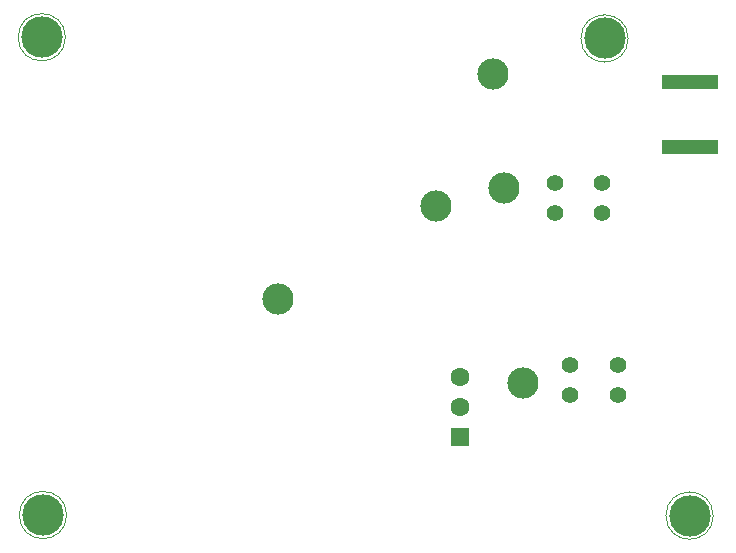
<source format=gbr>
%TF.GenerationSoftware,KiCad,Pcbnew,8.0.5*%
%TF.CreationDate,2025-04-17T16:29:18+02:00*%
%TF.ProjectId,ZED_F9P_minimal,5a45445f-4639-4505-9f6d-696e696d616c,rev?*%
%TF.SameCoordinates,Original*%
%TF.FileFunction,Soldermask,Bot*%
%TF.FilePolarity,Negative*%
%FSLAX46Y46*%
G04 Gerber Fmt 4.6, Leading zero omitted, Abs format (unit mm)*
G04 Created by KiCad (PCBNEW 8.0.5) date 2025-04-17 16:29:18*
%MOMM*%
%LPD*%
G01*
G04 APERTURE LIST*
G04 Aperture macros list*
%AMRoundRect*
0 Rectangle with rounded corners*
0 $1 Rounding radius*
0 $2 $3 $4 $5 $6 $7 $8 $9 X,Y pos of 4 corners*
0 Add a 4 corners polygon primitive as box body*
4,1,4,$2,$3,$4,$5,$6,$7,$8,$9,$2,$3,0*
0 Add four circle primitives for the rounded corners*
1,1,$1+$1,$2,$3*
1,1,$1+$1,$4,$5*
1,1,$1+$1,$6,$7*
1,1,$1+$1,$8,$9*
0 Add four rect primitives between the rounded corners*
20,1,$1+$1,$2,$3,$4,$5,0*
20,1,$1+$1,$4,$5,$6,$7,0*
20,1,$1+$1,$6,$7,$8,$9,0*
20,1,$1+$1,$8,$9,$2,$3,0*%
G04 Aperture macros list end*
%ADD10C,0.100000*%
%ADD11C,3.500000*%
%ADD12C,2.641600*%
%ADD13C,1.397000*%
%ADD14RoundRect,0.102000X-2.280000X0.500000X-2.280000X-0.500000X2.280000X-0.500000X2.280000X0.500000X0*%
%ADD15R,1.599999X1.599999*%
%ADD16C,1.599999*%
G04 APERTURE END LIST*
D10*
%TO.C,REF*%
X79400000Y-61400000D02*
G75*
G02*
X75400000Y-61400000I-2000000J0D01*
G01*
X75400000Y-61400000D02*
G75*
G02*
X79400000Y-61400000I2000000J0D01*
G01*
X24650000Y-61350000D02*
G75*
G02*
X20650000Y-61350000I-2000000J0D01*
G01*
X20650000Y-61350000D02*
G75*
G02*
X24650000Y-61350000I2000000J0D01*
G01*
X72200000Y-21000000D02*
G75*
G02*
X68200000Y-21000000I-2000000J0D01*
G01*
X68200000Y-21000000D02*
G75*
G02*
X72200000Y-21000000I2000000J0D01*
G01*
X24550000Y-20900000D02*
G75*
G02*
X20550000Y-20900000I-2000000J0D01*
G01*
X20550000Y-20900000D02*
G75*
G02*
X24550000Y-20900000I2000000J0D01*
G01*
%TD*%
D11*
%TO.C,REF*%
X77400000Y-61400000D03*
%TD*%
%TO.C,REF*%
X22650000Y-61350000D03*
%TD*%
%TO.C,REF*%
X70200000Y-21000000D03*
%TD*%
%TO.C,REF*%
X22550000Y-20900000D03*
%TD*%
D12*
%TO.C,TP4*%
X42550000Y-43050000D03*
%TD*%
D13*
%TO.C,JP1*%
X67300000Y-51225000D03*
X67300000Y-48685000D03*
%TD*%
D12*
%TO.C,TP1*%
X60750000Y-23975000D03*
%TD*%
D14*
%TO.C,SMA*%
X77450000Y-24685000D03*
X77450000Y-30225000D03*
%TD*%
D13*
%TO.C,JP4*%
X69988850Y-33213849D03*
X69988850Y-35753849D03*
%TD*%
D12*
%TO.C,TP5*%
X61718850Y-33677650D03*
%TD*%
%TO.C,TP2*%
X63300000Y-50188800D03*
%TD*%
D13*
%TO.C,JP2*%
X71300000Y-51225000D03*
X71300000Y-48685000D03*
%TD*%
%TO.C,JP3*%
X65988850Y-33213849D03*
X65988850Y-35753849D03*
%TD*%
D12*
%TO.C,TP3*%
X55950000Y-35177650D03*
%TD*%
D15*
%TO.C,Reg*%
X57950000Y-54740000D03*
D16*
X57950000Y-52200000D03*
X57950000Y-49660000D03*
%TD*%
M02*

</source>
